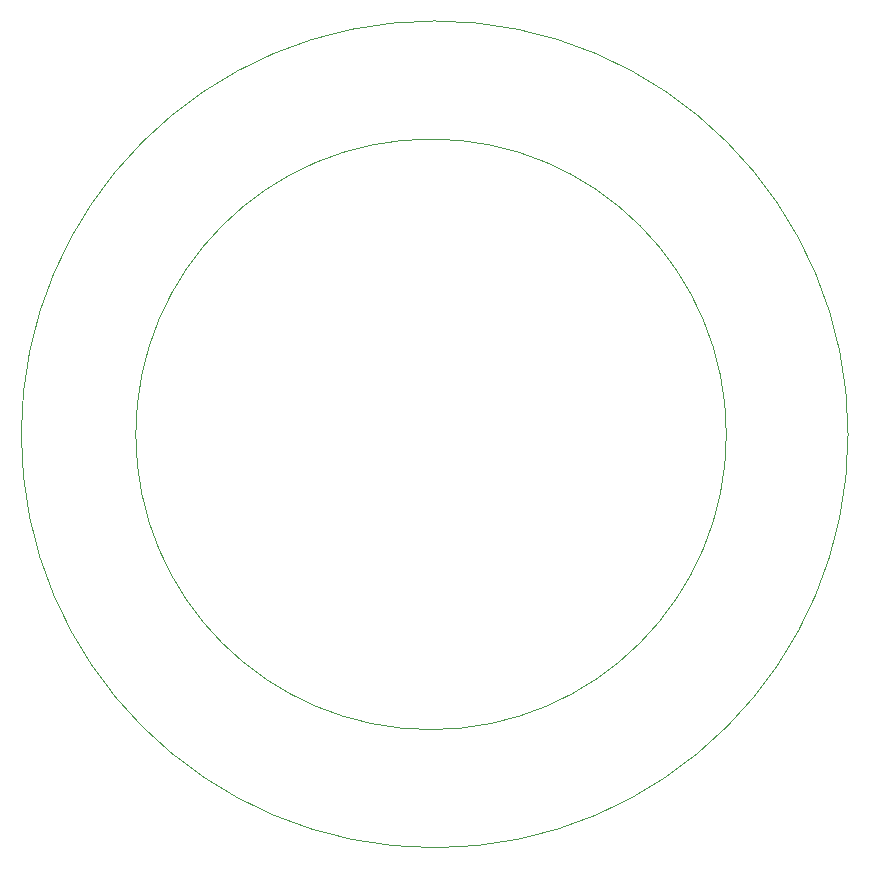
<source format=gbr>
%TF.GenerationSoftware,KiCad,Pcbnew,7.0.9*%
%TF.CreationDate,2024-01-04T19:56:32-05:00*%
%TF.ProjectId,Thermistor Ring,54686572-6d69-4737-946f-722052696e67,rev?*%
%TF.SameCoordinates,Original*%
%TF.FileFunction,Profile,NP*%
%FSLAX46Y46*%
G04 Gerber Fmt 4.6, Leading zero omitted, Abs format (unit mm)*
G04 Created by KiCad (PCBNEW 7.0.9) date 2024-01-04 19:56:32*
%MOMM*%
%LPD*%
G01*
G04 APERTURE LIST*
%TA.AperFunction,Profile*%
%ADD10C,0.100000*%
%TD*%
G04 APERTURE END LIST*
D10*
X126238000Y-60147200D02*
G75*
G03*
X126238000Y-60147200I-35000000J0D01*
G01*
X115932000Y-60147200D02*
G75*
G03*
X115932000Y-60147200I-25000000J0D01*
G01*
M02*

</source>
